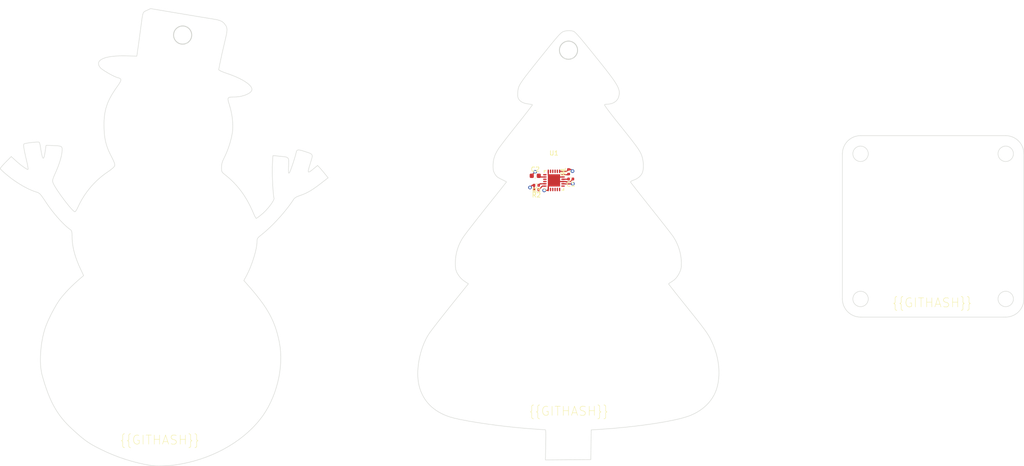
<source format=kicad_pcb>
(kicad_pcb (version 20221018) (generator pcbnew)
  (layers (0 "F.Cu" signal) (31 "B.Cu" signal) (34 "B.Paste" user) (35 "F.Paste" user) (36 "B.SilkS" user "B.Silkscreen") (37 "F.SilkS" user "F.Silkscreen") (38 "B.Mask" user) (39 "F.Mask" user) (44 "Edge.Cuts" user))
  (net 0 "")
  (net 1 "interrupt")
  (net 2 "vcc")
  (net 3 "sda")
  (net 4 "scl")
  (net 5 "gnd-1")
  (net 6 "cpout")
  (net 7 "regout")
  (net 8 "aux_da")
  (net 9 "aux_cl")
  (footprint "lib:C0603" (layer "F.Cu") (at 153.902362 86.639851)
    (fp_text reference "C2" (at 0 -1.43) (layer "F.SilkS"))
    (fp_text value "50V 2.2nF X7R ±10% 0603  Multilayer Ceramic Capacitors MLCC - SMD/SMT ROHS")
    (fp_line (start -0.14058 -0.51) (end 0.14058 -0.51) (stroke (width 0.12)) (layer "F.SilkS"))
    (fp_line (start -0.14058 0.51) (end 0.14058 0.51) (stroke (width 0.12)) (layer "F.SilkS"))
    (pad "1" smd roundrect (at -0.775 0) (size 0.9 0.95) (layers "F.Cu" "F.Paste" "F.Mask") (net 5 "gnd-1"))
    (pad "2" smd roundrect (at 0.775 0) (size 0.9 0.95) (layers "F.Cu" "F.Paste" "F.Mask") (net 6 "cpout"))
  )
  (footprint "lib:R0402" (layer "F.Cu") (at 154.14883 88.731016 180)
    (fp_text reference "R3" (at 0 -1.17) (layer "F.SilkS"))
    (fp_text value "62.5mW Thick Film Resistors ±100ppm/℃ ±1% 10kΩ 0402  Chip Resistor - Surface Mount ROHS")
    (fp_line (start -0.153641 -0.38) (end 0.153641 -0.38) (stroke (width 0.12)) (layer "F.SilkS"))
    (fp_line (start -0.153641 0.38) (end 0.153641 0.38) (stroke (width 0.12)) (layer "F.SilkS"))
    (pad "1" smd roundrect (at -0.51 0 180) (size 0.54 0.64) (layers "F.Cu" "F.Paste" "F.Mask") (net 4 "scl"))
    (pad "2" smd roundrect (at 0.51 0 180) (size 0.54 0.64) (layers "F.Cu" "F.Paste" "F.Mask") (net 2 "vcc"))
  )
  (footprint "lib:R0402" (layer "F.Cu") (at 161.255215 85.74449 90)
    (fp_text reference "R1" (at 0 -1.17 90) (layer "F.SilkS"))
    (fp_text value "62.5mW Thick Film Resistors ±100ppm/℃ ±1% 10kΩ 0402  Chip Resistor - Surface Mount ROHS")
    (fp_line (start -0.153641 -0.38) (end 0.153641 -0.38) (stroke (width 0.12)) (layer "F.SilkS"))
    (fp_line (start -0.153641 0.38) (end 0.153641 0.38) (stroke (width 0.12)) (layer "F.SilkS"))
    (pad "1" smd roundrect (at -0.51 0 90) (size 0.54 0.64) (layers "F.Cu" "F.Paste" "F.Mask") (net 1 "interrupt"))
    (pad "2" smd roundrect (at 0.51 0 90) (size 0.54 0.64) (layers "F.Cu" "F.Paste" "F.Mask") (net 2 "vcc"))
  )
  (footprint "lib:QFN-24_L4.0-W4.0-P0.50-BL-EP2.7" (layer "F.Cu") (at 158.02 87.65)
    (fp_text reference "U1" (at 0 -6) (layer "F.SilkS"))
    (fp_text value "")
    (fp_line (start -2.14 -2.15) (end -1.74 -2.15) (stroke (width 0.2)) (layer "F.SilkS"))
    (fp_line (start -2.14 -1.75) (end -2.14 -2.15) (stroke (width 0.2)) (layer "F.SilkS"))
    (fp_line (start -2.14 2.15) (end -2.14 1.75) (stroke (width 0.2)) (layer "F.SilkS"))
    (fp_line (start -1.74 2.15) (end -2.14 2.15) (stroke (width 0.2)) (layer "F.SilkS"))
    (fp_line (start 2.16 -2.15) (end 1.76 -2.15) (stroke (width 0.2)) (layer "F.SilkS"))
    (fp_line (start 2.16 -1.75) (end 2.16 -2.15) (stroke (width 0.2)) (layer "F.SilkS"))
    (fp_line (start 2.16 1.75) (end 2.16 2.15) (stroke (width 0.2)) (layer "F.SilkS"))
    (fp_line (start 2.16 2.15) (end 1.76 2.15) (stroke (width 0.2)) (layer "F.SilkS"))
    (pad "1" smd oval (at -1.25 2) (size 0.28 0.8) (layers "F.Cu" "F.Paste" "F.Mask") (net 5 "gnd-1"))
    (pad "2" smd oval (at -0.75 2) (size 0.28 0.8) (layers "F.Cu" "F.Paste" "F.Mask"))
    (pad "3" smd oval (at -0.25 2) (size 0.28 0.8) (layers "F.Cu" "F.Paste" "F.Mask"))
    (pad "4" smd oval (at 0.25 2) (size 0.28 0.8) (layers "F.Cu" "F.Paste" "F.Mask"))
    (pad "5" smd oval (at 0.75 2) (size 0.28 0.8) (layers "F.Cu" "F.Paste" "F.Mask"))
    (pad "6" smd oval (at 1.25 2) (size 0.28 0.8) (layers "F.Cu" "F.Paste" "F.Mask") (net 8 "aux_da"))
    (pad "7" smd oval (at 2 1.25) (size 0.8 0.28) (layers "F.Cu" "F.Paste" "F.Mask") (net 9 "aux_cl"))
    (pad "8" smd oval (at 2 0.75) (size 0.8 0.28) (layers "F.Cu" "F.Paste" "F.Mask") (net 2 "vcc"))
    (pad "9" smd oval (at 2 0.25) (size 0.8 0.28) (layers "F.Cu" "F.Paste" "F.Mask") (net 5 "gnd-1"))
    (pad "10" smd oval (at 2 -0.25) (size 0.8 0.28) (layers "F.Cu" "F.Paste" "F.Mask") (net 7 "regout"))
    (pad "11" smd oval (at 2 -0.75) (size 0.8 0.28) (layers "F.Cu" "F.Paste" "F.Mask") (net 5 "gnd-1"))
    (pad "12" smd oval (at 2 -1.25) (size 0.8 0.28) (layers "F.Cu" "F.Paste" "F.Mask") (net 1 "interrupt"))
    (pad "13" smd oval (at 1.25 -2) (size 0.28 0.8) (layers "F.Cu" "F.Paste" "F.Mask") (net 2 "vcc"))
    (pad "14" smd oval (at 0.75 -2) (size 0.28 0.8) (layers "F.Cu" "F.Paste" "F.Mask"))
    (pad "15" smd oval (at 0.25 -2) (size 0.28 0.8) (layers "F.Cu" "F.Paste" "F.Mask"))
    (pad "16" smd oval (at -0.25 -2) (size 0.28 0.8) (layers "F.Cu" "F.Paste" "F.Mask"))
    (pad "17" smd oval (at -0.75 -2) (size 0.28 0.8) (layers "F.Cu" "F.Paste" "F.Mask"))
    (pad "18" smd oval (at -1.24 -2) (size 0.28 0.8) (layers "F.Cu" "F.Paste" "F.Mask") (net 5 "gnd-1"))
    (pad "19" smd oval (at -2 -1.25) (size 0.8 0.28) (layers "F.Cu" "F.Paste" "F.Mask"))
    (pad "20" smd oval (at -2 -0.75) (size 0.8 0.28) (layers "F.Cu" "F.Paste" "F.Mask") (net 6 "cpout"))
    (pad "21" smd oval (at -2 -0.25) (size 0.8 0.28) (layers "F.Cu" "F.Paste" "F.Mask"))
    (pad "22" smd oval (at -2 0.25) (size 0.8 0.28) (layers "F.Cu" "F.Paste" "F.Mask"))
    (pad "23" smd oval (at -2 0.75) (size 0.8 0.28) (layers "F.Cu" "F.Paste" "F.Mask") (net 4 "scl"))
    (pad "24" smd oval (at -2 1.25) (size 0.8 0.28) (layers "F.Cu" "F.Paste" "F.Mask") (net 3 "sda"))
    (pad "25" smd rect (at 0.01 0) (size 2.7 2.7) (layers "F.Cu" "F.Paste" "F.Mask") (net 5 "gnd-1"))
  )
  (footprint "lib:R0402" (layer "F.Cu") (at 154.152382 89.718956 180)
    (fp_text reference "R2" (at 0 -1.17) (layer "F.SilkS"))
    (fp_text value "62.5mW Thick Film Resistors ±100ppm/℃ ±1% 10kΩ 0402  Chip Resistor - Surface Mount ROHS")
    (fp_line (start -0.153641 -0.38) (end 0.153641 -0.38) (stroke (width 0.12)) (layer "F.SilkS"))
    (fp_line (start -0.153641 0.38) (end 0.153641 0.38) (stroke (width 0.12)) (layer "F.SilkS"))
    (pad "1" smd roundrect (at -0.51 0 180) (size 0.54 0.64) (layers "F.Cu" "F.Paste" "F.Mask") (net 3 "sda"))
    (pad "2" smd roundrect (at 0.51 0 180) (size 0.54 0.64) (layers "F.Cu" "F.Paste" "F.Mask") (net 2 "vcc"))
  )
  (footprint "lib:C0402" (layer "F.Cu") (at 161.723742 87.342858 180)
    (fp_text reference "C1" (at 0 -1.16) (layer "F.SilkS"))
    (fp_text value "16V 100nF X7R ±10% 0402  Multilayer Ceramic Capacitors MLCC - SMD/SMT ROHS")
    (fp_line (start -0.107836 -0.36) (end 0.107836 -0.36) (stroke (width 0.12)) (layer "F.SilkS"))
    (fp_line (start -0.107836 0.36) (end 0.107836 0.36) (stroke (width 0.12)) (layer "F.SilkS"))
    (pad "1" smd roundrect (at -0.48 0 180) (size 0.56 0.62) (layers "F.Cu" "F.Paste" "F.Mask") (net 5 "gnd-1"))
    (pad "2" smd roundrect (at 0.48 0 180) (size 0.56 0.62) (layers "F.Cu" "F.Paste" "F.Mask") (net 7 "regout"))
  )
  (gr_circle (center 225.62 81.79) (end 227.32 81.79) (stroke (width 0.1)) (fill none) (layer "Edge.Cuts"))
  (gr_circle (center 257.62 113.79) (end 259.32 113.79) (stroke (width 0.1)) (fill none) (layer "Edge.Cuts"))
  (gr_circle (center 257.62 81.79) (end 259.32 81.79) (stroke (width 0.1)) (fill none) (layer "Edge.Cuts"))
  (gr_poly (pts (xy 75.142222 50.797022) (xy 79.756606 51.568267) (xy 82.366969 51.99203) (xy 83.019066 52.095762) (xy 83.303876 52.146979) (xy 83.563537 52.198618) (xy 83.799806 52.251323) (xy 84.01444 52.305736) (xy 84.209196 52.362498) (xy 84.385831 52.422252) (xy 84.546102 52.485641) (xy 84.691766 52.553306) (xy 84.824581 52.62589) (xy 84.946303 52.704035) (xy 85.05869 52.788383) (xy 85.163499 52.879577) (xy 85.262486 52.978258) (xy 85.357409 53.08507) (xy 85.479286 53.234958) (xy 85.586233 53.378736) (xy 85.634185 53.44915) (xy 85.678498 53.519015) (xy 85.719202 53.588656) (xy 85.75633 53.658402) (xy 85.789911 53.728576) (xy 85.819976 53.799506) (xy 85.846558 53.871517) (xy 85.869686 53.944936) (xy 85.889392 54.020089) (xy 85.905707 54.097301) (xy 85.918662 54.176899) (xy 85.928287 54.259209) (xy 85.934615 54.344557) (xy 85.937675 54.433269) (xy 85.937499 54.525672) (xy 85.934119 54.62209) (xy 85.927564 54.722851) (xy 85.917866 54.82828) (xy 85.889166 55.054449) (xy 85.848266 55.303204) (xy 85.795414 55.577155) (xy 85.730859 55.878909) (xy 85.654849 56.211077) (xy 84.878546 59.55341) (xy 84.657875 60.550977) (xy 84.450892 61.532488) (xy 84.331406 62.116419) (xy 84.229648 62.629765) (xy 84.15639 63.017063) (xy 84.122409 63.222849) (xy 84.123062 63.236814) (xy 84.127967 63.251873) (xy 84.137065 63.268001) (xy 84.150302 63.285171) (xy 84.167619 63.303357) (xy 84.188962 63.322534) (xy 84.214273 63.342674) (xy 84.243497 63.363751) (xy 84.313454 63.408613) (xy 84.398381 63.456909) (xy 84.497828 63.50843) (xy 84.611342 63.562966) (xy 84.738473 63.620306) (xy 84.878767 63.680241) (xy 85.031775 63.742561) (xy 85.197043 63.807056) (xy 85.374121 63.873515) (xy 85.562558 63.94173) (xy 85.7619 64.011489) (xy 85.971698 64.082583) (xy 86.585981 64.296029) (xy 87.172975 64.516947) (xy 87.730729 64.744054) (xy 88.257293 64.976069) (xy 88.75072 65.211708) (xy 89.209058 65.449689) (xy 89.63036 65.68873) (xy 90.012676 65.927548) (xy 90.354056 66.16486) (xy 90.652552 66.399385) (xy 90.906214 66.629839) (xy 91.113092 66.85494) (xy 91.271238 67.073405) (xy 91.378702 67.283953) (xy 91.412819 67.385857) (xy 91.433535 67.485301) (xy 91.440605 67.582123) (xy 91.433787 67.676165) (xy 91.41712 67.753004) (xy 91.390362 67.829368) (xy 91.35383 67.905131) (xy 91.307839 67.980165) (xy 91.252707 68.054343) (xy 91.188749 68.12754) (xy 91.116281 68.199626) (xy 91.03562 68.270477) (xy 90.947082 68.339964) (xy 90.850984 68.407961) (xy 90.747641 68.47434) (xy 90.637371 68.538975) (xy 90.520488 68.601739) (xy 90.39731 68.662505) (xy 90.268153 68.721145) (xy 90.133332 68.777534) (xy 89.993165 68.831543) (xy 89.847967 68.883047) (xy 89.543745 68.978027) (xy 89.223197 69.06146) (xy 88.888852 69.132329) (xy 88.54324 69.189618) (xy 88.188892 69.232313) (xy 88.009232 69.24787) (xy 87.828337 69.259397) (xy 87.646523 69.266767) (xy 87.464106 69.269854) (xy 87.202959 69.272042) (xy 86.97453 69.277492) (xy 86.777472 69.288473) (xy 86.690288 69.296746) (xy 86.610443 69.307253) (xy 86.537768 69.320276) (xy 86.472096 69.3361) (xy 86.413258 69.355009) (xy 86.361087 69.377285) (xy 86.315414 69.403211) (xy 86.276071 69.433073) (xy 86.24289 69.467154) (xy 86.215703 69.505736) (xy 86.194342 69.549103) (xy 86.178638 69.59754) (xy 86.168424 69.65133) (xy 86.163532 69.710755) (xy 86.163793 69.776101) (xy 86.169039 69.847649) (xy 86.179102 69.925685) (xy 86.193814 70.010491) (xy 86.236514 70.20155) (xy 86.295792 70.423093) (xy 86.370304 70.677389) (xy 86.458705 70.966708) (xy 86.582128 71.384478) (xy 86.694998 71.803093) (xy 86.797211 72.221567) (xy 86.888665 72.638919) (xy 86.969257 73.054166) (xy 87.038885 73.466323) (xy 87.097447 73.874409) (xy 87.144838 74.277439) (xy 87.180958 74.674432) (xy 87.205702 75.064404) (xy 87.21897 75.446371) (xy 87.220657 75.819352) (xy 87.210662 76.182361) (xy 87.188881 76.534418) (xy 87.155212 76.874538) (xy 87.109553 77.201739) (xy 86.986123 77.871628) (xy 86.830027 78.558912) (xy 86.643845 79.255662) (xy 86.430157 79.953949) (xy 86.19154 80.645848) (xy 85.930575 81.323429) (xy 85.649841 81.978766) (xy 85.351916 82.60393) (xy 85.189192 82.938586) (xy 85.118752 83.093315) (xy 85.055229 83.240939) (xy 84.998352 83.382431) (xy 84.947849 83.518761) (xy 84.903447 83.650903) (xy 84.864875 83.779828) (xy 84.831859 83.906506) (xy 84.804129 84.031911) (xy 84.781412 84.157013) (xy 84.763435 84.282785) (xy 84.749927 84.410197) (xy 84.740615 84.540223) (xy 84.735228 84.673833) (xy 84.733493 84.811999) (xy 84.736223 85.129082) (xy 84.741369 85.261496) (xy 84.750575 85.379459) (xy 84.764997 85.485194) (xy 84.774524 85.534172) (xy 84.785789 85.580928) (xy 84.798934 85.625739) (xy 84.814106 85.668884) (xy 84.831447 85.710641) (xy 84.851104 85.751288) (xy 84.873219 85.791103) (xy 84.897937 85.830364) (xy 84.925403 85.869349) (xy 84.955761 85.908337) (xy 84.989155 85.947605) (xy 85.02573 85.987432) (xy 85.109 86.069873) (xy 85.206725 86.157886) (xy 85.320061 86.253696) (xy 85.598185 86.477602) (xy 86.096863 86.886277) (xy 86.577755 87.306529) (xy 87.04138 87.739064) (xy 87.488258 88.184586) (xy 87.918909 88.6438) (xy 88.333852 89.117412) (xy 88.733607 89.606125) (xy 89.118694 90.110646) (xy 89.489632 90.631678) (xy 89.846941 91.169927) (xy 90.19114 91.726098) (xy 90.52275 92.300895) (xy 90.84229 92.895024) (xy 91.150279 93.509189) (xy 91.447237 94.144095) (xy 91.733683 94.800448) (xy 91.84059 95.047283) (xy 91.945802 95.277558) (xy 92.046625 95.486234) (xy 92.140364 95.668271) (xy 92.224324 95.818627) (xy 92.295813 95.932265) (xy 92.326039 95.973739) (xy 92.352136 96.004143) (xy 92.373767 96.022848) (xy 92.382804 96.027616) (xy 92.390597 96.029223) (xy 92.399173 96.028006) (xy 92.410522 96.024397) (xy 92.441219 96.010237) (xy 92.482045 95.987221) (xy 92.53236 95.955824) (xy 92.591521 95.916524) (xy 92.658887 95.869798) (xy 92.815666 95.755976) (xy 92.997564 95.618173) (xy 93.199447 95.460204) (xy 93.416182 95.285885) (xy 93.642634 95.099032) (xy 93.891007 94.882848) (xy 94.141366 94.648628) (xy 94.390948 94.400061) (xy 94.636991 94.140836) (xy 94.87673 93.874641) (xy 95.107403 93.605164) (xy 95.326247 93.336095) (xy 95.530498 93.071122) (xy 95.717394 92.813933) (xy 95.884171 92.568218) (xy 96.028066 92.337665) (xy 96.146316 92.125962) (xy 96.236159 91.936798) (xy 96.294829 91.773863) (xy 96.311612 91.703383) (xy 96.319566 91.640844) (xy 96.318345 91.586706) (xy 96.307605 91.54143) (xy 96.264441 91.378418) (xy 96.221593 91.121805) (xy 96.138989 90.373142) (xy 96.064068 89.386161) (xy 96.001109 88.251583) (xy 95.954389 87.060129) (xy 95.928186 85.902519) (xy 95.926777 84.869474) (xy 95.95444 84.051714) (xy 96.07471 82.177477) (xy 97.36716 82.304781) (xy 98.13507 82.379263) (xy 98.441266 82.413109) (xy 98.700599 82.449744) (xy 98.916803 82.492956) (xy 99.009898 82.518212) (xy 99.09361 82.546534) (xy 99.168406 82.578395) (xy 99.234753 82.614268) (xy 99.293117 82.654627) (xy 99.343964 82.699946) (xy 99.387763 82.750698) (xy 99.424978 82.807357) (xy 99.456076 82.870396) (xy 99.481525 82.94029) (xy 99.501791 83.017511) (xy 99.51734 83.102533) (xy 99.536155 83.297877) (xy 99.541702 83.530109) (xy 99.537716 83.803018) (xy 99.51607 84.486025) (xy 99.501811 85.019341) (xy 99.495778 85.429631) (xy 99.49953 85.727933) (xy 99.505563 85.838537) (xy 99.514626 85.925284) (xy 99.526915 85.989553) (xy 99.542625 86.032723) (xy 99.551823 86.046828) (xy 99.56195 86.056175) (xy 99.573029 86.060938) (xy 99.585085 86.061289) (xy 99.612224 86.049443) (xy 99.643564 86.022019) (xy 99.679299 85.980395) (xy 99.719623 85.925951) (xy 99.770963 85.835961) (xy 99.83738 85.6921) (xy 100.00736 85.267042) (xy 100.213404 84.699332) (xy 100.439353 84.037526) (xy 100.669049 83.330178) (xy 100.886332 82.625845) (xy 101.075044 81.973082) (xy 101.219027 81.420443) (xy 101.232451 81.367288) (xy 101.246658 81.317349) (xy 101.261814 81.270604) (xy 101.278084 81.227032) (xy 101.295634 81.186611) (xy 101.314631 81.149321) (xy 101.33524 81.115138) (xy 101.357628 81.084043) (xy 101.381959 81.056013) (xy 101.4084 81.031027) (xy 101.437117 81.009064) (xy 101.468275 80.990102) (xy 101.502041 80.974119) (xy 101.538581 80.961095) (xy 101.578059 80.951007) (xy 101.620643 80.943835) (xy 101.666497 80.939556) (xy 101.715788 80.938149) (xy 101.768682 80.939594) (xy 101.825345 80.943867) (xy 101.885942 80.950949) (xy 101.950639 80.960817) (xy 102.019603 80.97345) (xy 102.092998 80.988826) (xy 102.170992 81.006924) (xy 102.253749 81.027723) (xy 102.434219 81.077337) (xy 102.635734 81.137495) (xy 102.859622 81.208025) (xy 103.581471 81.438726) (xy 103.868146 81.535185) (xy 104.108644 81.625316) (xy 104.212356 81.669476) (xy 104.305459 81.713816) (xy 104.388264 81.758923) (xy 104.461082 81.805384) (xy 104.524226 81.853787) (xy 104.578006 81.904719) (xy 104.622735 81.958768) (xy 104.658725 82.01652) (xy 104.686285 82.078563) (xy 104.705729 82.145484) (xy 104.717368 82.217871) (xy 104.721513 82.296311) (xy 104.718476 82.381392) (xy 104.708568 82.4737) (xy 104.692102 82.573823) (xy 104.669388 82.682348) (xy 104.606464 82.926954) (xy 104.522289 83.212218) (xy 104.300158 83.92351) (xy 104.076968 84.658354) (xy 103.993442 84.95378) (xy 103.929762 85.203046) (xy 103.886777 85.407528) (xy 103.865337 85.568604) (xy 103.862962 85.633296) (xy 103.866292 85.687652) (xy 103.875434 85.731846) (xy 103.890492 85.766049) (xy 103.911574 85.790433) (xy 103.938786 85.805172) (xy 103.972234 85.810436) (xy 104.012025 85.806398) (xy 104.058263 85.79323) (xy 104.111056 85.771105) (xy 104.236732 85.700671) (xy 104.3899 85.596472) (xy 104.571411 85.459887) (xy 105.02286 85.095065) (xy 105.918216 84.355181) (xy 106.388476 84.86751) (xy 106.496975 84.987739) (xy 106.625318 85.133369) (xy 106.92254 85.478508) (xy 107.242155 85.858286) (xy 107.546176 86.22806) (xy 108.2336 87.076296) (xy 106.72333 88.254687) (xy 106.031007 88.783192) (xy 105.392025 89.245391) (xy 105.089314 89.453516) (xy 104.796071 89.647331) (xy 104.511007 89.827593) (xy 104.232833 89.995056) (xy 103.960259 90.150478) (xy 103.691998 90.294613) (xy 103.426759 90.428217) (xy 103.163254 90.552046) (xy 102.900193 90.666855) (xy 102.636288 90.773401) (xy 102.370249 90.872439) (xy 102.100787 90.964724) (xy 101.955978 91.013649) (xy 101.818902 91.062832) (xy 101.689432 91.112348) (xy 101.567439 91.162273) (xy 101.452795 91.212683) (xy 101.345371 91.263651) (xy 101.245039 91.315254) (xy 101.151671 91.367567) (xy 101.065138 91.420665) (xy 100.985313 91.474624) (xy 100.912065 91.529517) (xy 100.845269 91.585421) (xy 100.784794 91.642412) (xy 100.730512 91.700563) (xy 100.682296 91.759951) (xy 100.640017 91.82065) (xy 100.313962 92.312951) (xy 99.958065 92.82026) (xy 99.575318 93.339289) (xy 99.168711 93.866747) (xy 98.741234 94.399346) (xy 98.295878 94.933795) (xy 97.835635 95.466804) (xy 97.363494 95.995083) (xy 96.882446 96.515343) (xy 96.395482 97.024295) (xy 95.905593 97.518647) (xy 95.415769 97.995111) (xy 94.929002 98.450396) (xy 94.44828 98.881213) (xy 93.976596 99.284272) (xy 93.51694 99.656283) (xy 93.364132 99.777198) (xy 93.228349 99.887118) (xy 93.108601 99.987555) (xy 93.003899 100.080022) (xy 92.913256 100.166032) (xy 92.835682 100.247098) (xy 92.770188 100.324733) (xy 92.741662 100.362737) (xy 92.715786 100.40045) (xy 92.692435 100.438062) (xy 92.671487 100.475762) (xy 92.652817 100.513738) (xy 92.636302 100.552181) (xy 92.621819 100.591279) (xy 92.609244 100.631221) (xy 92.589322 100.714395) (xy 92.575548 100.803215) (xy 92.566934 100.899195) (xy 92.56249 101.003847) (xy 92.561229 101.118685) (xy 92.548214 101.459191) (xy 92.510172 101.840399) (xy 92.448603 102.257479) (xy 92.365007 102.705605) (xy 92.260885 103.179948) (xy 92.137739 103.675679) (xy 91.997068 104.187971) (xy 91.840373 104.711996) (xy 91.669155 105.242926) (xy 91.484915 105.775933) (xy 91.289154 106.306188) (xy 91.083372 106.828864) (xy 90.86907 107.339132) (xy 90.647749 107.832164) (xy 90.420909 108.303133) (xy 90.190051 108.74721) (xy 89.658061 109.729433) (xy 90.799319 111.025652) (xy 91.552256 111.894452) (xy 92.247519 112.726345) (xy 92.887901 113.52649) (xy 93.476195 114.300047) (xy 94.015193 115.052178) (xy 94.507688 115.788042) (xy 94.956473 116.5128) (xy 95.364341 117.231612) (xy 95.734083 117.949638) (xy 96.068493 118.672038) (xy 96.370364 119.403974) (xy 96.642488 120.150605) (xy 96.887657 120.917091) (xy 97.108665 121.708593) (xy 97.308304 122.530271) (xy 97.489367 123.387286) (xy 97.659586 124.435519) (xy 97.764545 125.512723) (xy 97.805707 126.613102) (xy 97.784533 127.73086) (xy 97.702485 128.860202) (xy 97.561026 129.995332) (xy 97.361618 131.130454) (xy 97.105722 132.259774) (xy 96.794801 133.377494) (xy 96.430316 134.47782) (xy 96.01373 135.554956) (xy 95.546505 136.603107) (xy 95.030102 137.616476) (xy 94.465984 138.589268) (xy 93.855613 139.515689) (xy 93.20045 140.389941) (xy 92.386005 141.350273) (xy 91.510226 142.273552) (xy 90.576227 143.158109) (xy 89.587122 144.002278) (xy 88.546024 144.80439) (xy 87.456048 145.562779) (xy 86.320308 146.275777) (xy 85.141916 146.941716) (xy 83.923988 147.558929) (xy 82.669636 148.125749) (xy 81.381976 148.640508) (xy 80.06412 149.101539) (xy 78.719182 149.507174) (xy 77.350277 149.855747) (xy 75.960518 150.145589) (xy 74.553019 150.375033) (xy 73.862872 150.459306) (xy 73.131633 150.525975) (xy 72.383923 150.574372) (xy 71.644361 150.603827) (xy 70.93757 150.613671) (xy 70.288169 150.603235) (xy 69.720779 150.57185) (xy 69.475532 150.548093) (xy 69.26002 150.518847) (xy 69.260051 150.518832) (xy 67.831835 150.262486) (xy 66.416949 149.953785) (xy 65.016193 149.592984) (xy 63.630368 149.180338) (xy 62.260274 148.716103) (xy 60.90671 148.200532) (xy 59.570477 147.633881) (xy 58.252375 147.016405) (xy 57.283074 146.528505) (xy 56.847829 146.298277) (xy 56.438641 146.072324) (xy 56.050351 145.846994) (xy 55.6778 145.618633) (xy 55.315827 145.383588) (xy 54.959273 145.138205) (xy 54.602979 144.87883) (xy 54.241783 144.601811) (xy 53.870528 144.303492) (xy 53.484054 143.980222) (xy 52.644807 143.244211) (xy 51.682765 142.36455) (xy 51.097036 141.804159) (xy 50.54538 141.238954) (xy 50.025658 140.665073) (xy 49.535731 140.078649) (xy 49.07346 139.475819) (xy 48.636705 138.852719) (xy 48.223328 138.205483) (xy 47.831189 137.530249) (xy 47.458149 136.823151) (xy 47.10207 136.080325) (xy 46.760812 135.297907) (xy 46.432236 134.472032) (xy 46.114202 133.598836) (xy 45.804573 132.674455) (xy 45.501208 131.695024) (xy 45.201968 130.656679) (xy 45.078569 130.147371) (xy 44.978794 129.594224) (xy 44.90231 129.00242) (xy 44.848785 128.377144) (xy 44.817886 127.723579) (xy 44.809281 127.046907) (xy 44.822637 126.352311) (xy 44.857621 125.644974) (xy 44.913901 124.93008) (xy 44.991145 124.212811) (xy 45.089019 123.498351) (xy 45.207191 122.791883) (xy 45.345328 122.098589) (xy 45.503099 121.423652) (xy 45.68017 120.772256) (xy 45.876208 120.149584) (xy 46.005143 119.787909) (xy 46.154924 119.401263) (xy 46.508073 118.570286) (xy 46.917749 117.69111) (xy 47.366047 116.79819) (xy 47.83506 115.92598) (xy 48.306883 115.108937) (xy 48.76361 114.381515) (xy 48.980717 114.062179) (xy 49.187335 113.77817) (xy 49.387433 113.519297) (xy 49.599256 113.255538) (xy 50.056372 112.715109) (xy 50.555279 112.160374) (xy 51.092575 111.594824) (xy 51.664855 111.021952) (xy 52.268718 110.445248) (xy 52.900758 109.868205) (xy 53.557574 109.294314) (xy 54.329783 108.634142) (xy 53.616031 107.110232) (xy 53.390001 106.6154) (xy 53.179365 106.128819) (xy 52.984012 105.650049) (xy 52.803829 105.178652) (xy 52.638704 104.71419) (xy 52.488525 104.256224) (xy 52.353181 103.804315) (xy 52.232559 103.358025) (xy 52.126547 102.916915) (xy 52.035034 102.480548) (xy 51.957906 102.048484) (xy 51.895053 101.620284) (xy 51.846363 101.195511) (xy 51.811722 100.773726) (xy 51.79102 100.35449) (xy 51.784144 99.937365) (xy 51.780657 99.620612) (xy 51.776007 99.482669) (xy 51.769161 99.357285) (xy 51.759927 99.243666) (xy 51.748111 99.141014) (xy 51.733519 99.048534) (xy 51.715958 98.96543) (xy 51.695233 98.890904) (xy 51.671153 98.824161) (xy 51.643523 98.764406) (xy 51.612149 98.71084) (xy 51.576839 98.662669) (xy 51.537399 98.619096) (xy 51.493635 98.579325) (xy 51.445353 98.542559) (xy 51.149902 98.324092) (xy 50.839064 98.073347) (xy 50.514896 97.792628) (xy 50.179453 97.484238) (xy 49.834791 97.150482) (xy 49.482966 96.793665) (xy 49.126033 96.41609) (xy 48.766047 96.020062) (xy 48.405065 95.607885) (xy 48.045142 95.181864) (xy 47.688333 94.744302) (xy 47.336694 94.297504) (xy 46.992281 93.843774) (xy 46.657149 93.385417) (xy 46.333354 92.924737) (xy 46.022952 92.464037) (xy 45.611719 91.844971) (xy 45.279782 91.362091) (xy 45.137757 91.165551) (xy 45.008606 90.995655) (xy 44.89001 90.849933) (xy 44.779654 90.725918) (xy 44.675221 90.621143) (xy 44.574392 90.533138) (xy 44.474852 90.459437) (xy 44.374284 90.397571) (xy 44.27037 90.345073) (xy 44.160793 90.299474) (xy 44.043237 90.258307) (xy 43.915385 90.219103) (xy 43.593888 90.117525) (xy 43.255864 89.996009) (xy 42.903268 89.855657) (xy 42.538058 89.697573) (xy 42.162189 89.522858) (xy 41.777618 89.332616) (xy 41.386301 89.127951) (xy 40.990194 88.909964) (xy 40.591254 88.679759) (xy 40.191438 88.438438) (xy 39.792701 88.187105) (xy 39.396999 87.926862) (xy 39.00629 87.658812) (xy 38.622529 87.384058) (xy 38.247673 87.103703) (xy 37.883677 86.81885) (xy 37.49456 86.502783) (xy 37.131548 86.199554) (xy 36.802586 85.916398) (xy 36.515619 85.660548) (xy 36.278593 85.439239) (xy 36.099452 85.259705) (xy 36.034071 85.187865) (xy 35.986141 85.129182) (xy 35.956654 85.08456) (xy 35.946605 85.054903) (xy 35.948192 85.042433) (xy 35.952903 85.026953) (xy 35.971384 84.987332) (xy 36.001425 84.936776) (xy 36.042403 84.876021) (xy 36.093695 84.805804) (xy 36.154681 84.726859) (xy 36.224736 84.639924) (xy 36.303239 84.545735) (xy 36.389567 84.445026) (xy 36.483097 84.338536) (xy 36.689276 84.11115) (xy 36.916796 83.869466) (xy 37.037003 83.745102) (xy 37.160678 83.619372) (xy 38.374759 82.395922) (xy 39.365809 83.301684) (xy 39.814301 83.698656) (xy 40.266196 84.075272) (xy 40.704205 84.419302) (xy 41.111041 84.718514) (xy 41.469414 84.960676) (xy 41.625024 85.056541) (xy 41.762035 85.133557) (xy 41.878286 85.190195) (xy 41.971615 85.224926) (xy 42.039863 85.236222) (xy 42.063905 85.232603) (xy 42.080867 85.222552) (xy 42.085566 85.215268) (xy 42.089233 85.203934) (xy 42.093537 85.169549) (xy 42.093921 85.120268) (xy 42.090523 85.056964) (xy 42.083485 84.98051) (xy 42.072948 84.891778) (xy 42.059051 84.79164) (xy 42.041937 84.68097) (xy 41.998614 84.43152) (xy 41.944105 84.150408) (xy 41.879534 83.844615) (xy 41.806025 83.52112) (xy 41.578977 82.541169) (xy 41.399614 81.732306) (xy 41.265507 81.079136) (xy 41.174225 80.56626) (xy 41.123338 80.17828) (xy 41.112283 80.026315) (xy 41.110416 79.899799) (xy 41.117432 79.796809) (xy 41.133029 79.71542) (xy 41.156901 79.653706) (xy 41.188746 79.609743) (xy 41.213078 79.592846) (xy 41.252556 79.575085) (xy 41.372962 79.537437) (xy 41.541984 79.497733) (xy 41.751641 79.456905) (xy 42.26094 79.37561) (xy 42.837013 79.301016) (xy 43.416018 79.240586) (xy 43.934111 79.201782) (xy 44.150364 79.192822) (xy 44.327447 79.192067) (xy 44.45738 79.20045) (xy 44.532183 79.218905) (xy 44.538527 79.223215) (xy 44.545097 79.229471) (xy 44.551878 79.23762) (xy 44.558855 79.247608) (xy 44.573336 79.272888) (xy 44.588416 79.304879) (xy 44.603974 79.343154) (xy 44.619887 79.387282) (xy 44.636031 79.436835) (xy 44.652284 79.491383) (xy 44.668525 79.550496) (xy 44.684629 79.613746) (xy 44.700475 79.680703) (xy 44.715939 79.750937) (xy 44.7309 79.82402) (xy 44.745234 79.899521) (xy 44.75882 79.977012) (xy 44.771533 80.056063) (xy 44.946351 81.130774) (xy 45.025944 81.564983) (xy 45.101061 81.931234) (xy 45.172253 82.230134) (xy 45.24007 82.462288) (xy 45.305063 82.628302) (xy 45.336673 82.686696) (xy 45.367783 82.728781) (xy 45.398463 82.754634) (xy 45.428781 82.764331) (xy 45.458807 82.757947) (xy 45.488608 82.735557) (xy 45.518254 82.697238) (xy 45.547814 82.643066) (xy 45.606951 82.487462) (xy 45.666568 82.269351) (xy 45.727218 81.98934) (xy 45.78945 81.648032) (xy 45.853816 81.246035) (xy 46.055377 79.918581) (xy 47.417926 79.96628) (xy 48.109143 79.993687) (xy 48.392021 80.009194) (xy 48.636741 80.027435) (xy 48.846051 80.049559) (xy 49.022696 80.076715) (xy 49.169424 80.110051) (xy 49.288982 80.150717) (xy 49.339431 80.174158) (xy 49.384117 80.199861) (xy 49.423385 80.227972) (xy 49.457577 80.258632) (xy 49.487036 80.291987) (xy 49.512107 80.32818) (xy 49.533132 80.367353) (xy 49.550455 80.409652) (xy 49.575367 80.504197) (xy 49.589592 80.612965) (xy 49.595876 80.737105) (xy 49.596965 80.877764) (xy 49.590289 81.099803) (xy 49.571905 81.336737) (xy 49.542029 81.587807) (xy 49.500879 81.852253) (xy 49.448672 82.129318) (xy 49.385623 82.418243) (xy 49.311951 82.718269) (xy 49.227873 83.028637) (xy 49.133604 83.34859) (xy 49.029362 83.677367) (xy 48.915364 84.014212) (xy 48.791827 84.358364) (xy 48.658967 84.709065) (xy 48.517002 85.065558) (xy 48.366148 85.427082) (xy 48.206622 85.792879) (xy 47.949769 86.374791) (xy 47.755997 86.832451) (xy 47.68104 87.021721) (xy 47.619784 87.188367) (xy 47.571537 87.335205) (xy 47.535609 87.465048) (xy 47.511311 87.580709) (xy 47.497952 87.685002) (xy 47.494842 87.78074) (xy 47.501291 87.870737) (xy 47.516609 87.957807) (xy 47.540106 88.044763) (xy 47.571091 88.134418) (xy 47.608874 88.229586) (xy 47.761079 88.551834) (xy 47.975096 88.939463) (xy 48.241913 89.380584) (xy 48.55252 89.863307) (xy 49.269066 90.905997) (xy 50.052651 91.972411) (xy 50.831193 92.967426) (xy 51.196047 93.408433) (xy 51.532609 93.795921) (xy 51.831869 94.117998) (xy 52.084818 94.362774) (xy 52.282443 94.518359) (xy 52.357694 94.558989) (xy 52.415736 94.572863) (xy 52.426811 94.571375) (xy 52.439084 94.56696) (xy 52.452509 94.559691) (xy 52.467041 94.549641) (xy 52.482633 94.536883) (xy 52.499239 94.521489) (xy 52.516813 94.503532) (xy 52.535309 94.483086) (xy 52.574881 94.435018) (xy 52.617586 94.377866) (xy 52.663055 94.312214) (xy 52.710918 94.238646) (xy 52.760808 94.157745) (xy 52.812354 94.070093) (xy 52.865187 93.976276) (xy 52.918939 93.876875) (xy 52.97324 93.772474) (xy 53.02772 93.663657) (xy 53.082012 93.551007) (xy 53.135745 93.435107) (xy 53.405424 92.869327) (xy 53.69623 92.311615) (xy 54.007442 91.76282) (xy 54.338342 91.223792) (xy 54.688208 90.695381) (xy 55.05632 90.178436) (xy 55.441958 89.673808) (xy 55.844402 89.182347) (xy 56.262932 88.704901) (xy 56.696828 88.242322) (xy 57.145369 87.795459) (xy 57.607836 87.365163) (xy 58.083508 86.952281) (xy 58.571665 86.557666) (xy 59.071586 86.182166) (xy 59.582553 85.826632) (xy 59.914962 85.598282) (xy 60.214172 85.3804) (xy 60.477869 85.17504) (xy 60.595674 85.077698) (xy 60.703732 84.984257) (xy 60.801753 84.894974) (xy 60.889447 84.810106) (xy 60.966524 84.72991) (xy 61.032694 84.654642) (xy 61.087669 84.584559) (xy 61.131158 84.519919) (xy 61.162872 84.460977) (xy 61.182521 84.407992) (xy 61.189444 84.378526) (xy 61.194656 84.347449) (xy 61.198136 84.314702) (xy 61.199864 84.280227) (xy 61.197977 84.205863) (xy 61.188829 84.123892) (xy 61.172254 84.033852) (xy 61.148084 83.935279) (xy 61.116154 83.82771) (xy 61.076297 83.71068) (xy 61.028345 83.583727) (xy 60.972134 83.446388) (xy 60.907495 83.298197) (xy 60.834263 83.138693) (xy 60.75227 82.967412) (xy 60.661351 82.783889) (xy 60.561339 82.587662) (xy 60.452067 82.378268) (xy 60.237971 81.961359) (xy 60.041673 81.555601) (xy 59.862568 81.158484) (xy 59.700049 80.767498) (xy 59.553508 80.380135) (xy 59.422339 79.993885) (xy 59.305935 79.60624) (xy 59.203689 79.21469) (xy 59.114995 78.816725) (xy 59.039245 78.409838) (xy 58.975833 77.991518) (xy 58.924151 77.559256) (xy 58.883594 77.110544) (xy 58.853553 76.642872) (xy 58.833423 76.153731) (xy 58.822596 75.640612) (xy 58.82378 75.019765) (xy 58.843433 74.425285) (xy 58.882591 73.854032) (xy 58.942291 73.302869) (xy 59.023569 72.768658) (xy 59.127459 72.248262) (xy 59.255 71.738542) (xy 59.407225 71.236361) (xy 59.585172 70.73858) (xy 59.789877 70.242062) (xy 60.022374 69.743669) (xy 60.283701 69.240263) (xy 60.574893 68.728705) (xy 60.896986 68.205859) (xy 61.251015 67.668586) (xy 61.638018 67.113749) (xy 61.84244 66.825076) (xy 62.020375 66.566593) (xy 62.17201 66.336298) (xy 62.29753 66.132187) (xy 62.397121 65.95226) (xy 62.470968 65.794512) (xy 62.498296 65.72333) (xy 62.519258 65.656942) (xy 62.533877 65.595098) (xy 62.542176 65.537547) (xy 62.544179 65.484039) (xy 62.539908 65.434323) (xy 62.529387 65.388151) (xy 62.512639 65.34527) (xy 62.489688 65.305431) (xy 62.460556 65.268384) (xy 62.425267 65.233878) (xy 62.383844 65.201662) (xy 62.33631 65.171487) (xy 62.282689 65.143103) (xy 62.157276 65.090703) (xy 62.007792 65.042459) (xy 61.834422 64.996371) (xy 61.657986 64.943069) (xy 61.445562 64.862593) (xy 61.203024 64.758325) (xy 60.93625 64.633653) (xy 60.353499 64.336631) (xy 59.744319 63.998608) (xy 59.155721 63.646664) (xy 58.634716 63.307879) (xy 58.414252 63.151884) (xy 58.228316 63.009334) (xy 58.082783 62.883614) (xy 57.983531 62.778109) (xy 57.869943 62.622242) (xy 57.777351 62.470362) (xy 57.705558 62.322559) (xy 57.654369 62.178917) (xy 57.623588 62.039526) (xy 57.613018 61.904471) (xy 57.622463 61.773839) (xy 57.651728 61.647718) (xy 57.700616 61.526195) (xy 57.768931 61.409356) (xy 57.856477 61.297289) (xy 57.963058 61.190081) (xy 58.088479 61.087819) (xy 58.232542 60.99059) (xy 58.395052 60.89848) (xy 58.575812 60.811578) (xy 58.774627 60.72997) (xy 58.991301 60.653743) (xy 59.225638 60.582984) (xy 59.477441 60.51778) (xy 59.746514 60.458218) (xy 60.032661 60.404385) (xy 60.335687 60.356369) (xy 60.655395 60.314256) (xy 60.991589 60.278134) (xy 61.344073 60.248089) (xy 61.712651 60.224208) (xy 62.097127 60.20658) (xy 62.497305 60.195289) (xy 62.912988 60.190424) (xy 63.343981 60.192072) (xy 63.790088 60.20032) (xy 66.056857 60.258219) (xy 66.273486 58.80189) (xy 66.542465 56.891029) (xy 66.884944 54.341891) (xy 67.190183 52.053843) (xy 67.248082 51.679802) (xy 67.303557 51.37005) (xy 67.359078 51.117137) (xy 67.417116 50.913616) (xy 67.48014 50.752035) (xy 67.55062 50.624945) (xy 67.631027 50.524898) (xy 67.72383 50.444442) (xy 67.831501 50.37613) (xy 67.956508 50.312512) (xy 68.268412 50.169558) (xy 69.100734 49.778315)) (stroke (width 0.1)) (fill none) (layer "Edge.Cuts"))
  (gr_arc (start 261.62 113.79) (mid 260.448427 116.618427) (end 257.62 117.79) (stroke (width 0.1)) (layer "Edge.Cuts"))
  (gr_arc (start 225.62 117.79) (mid 222.791573 116.618427) (end 221.62 113.79) (stroke (width 0.1)) (layer "Edge.Cuts"))
  (gr_line (start 261.62 113.79) (end 261.62 81.79) (stroke (width 0.1)) (layer "Edge.Cuts"))
  (gr_circle (center 161.229974 58.946031) (end 163.229974 58.946031) (stroke (width 0.2)) (fill none) (layer "Edge.Cuts"))
  (gr_line (start 221.62 81.79) (end 221.62 113.79) (stroke (width 0.1)) (layer "Edge.Cuts"))
  (gr_arc (start 257.62 77.79) (mid 260.448427 78.961573) (end 261.62 81.79) (stroke (width 0.1)) (layer "Edge.Cuts"))
  (gr_poly (pts (xy 161.429183 54.643361) (xy 161.588699 54.648976) (xy 161.743405 54.660128) (xy 161.8913 54.67685) (xy 162.030385 54.699174) (xy 162.158659 54.727132) (xy 162.274122 54.760758) (xy 162.374774 54.800082) (xy 162.418214 54.822065) (xy 162.465501 54.850416) (xy 162.517128 54.885713) (xy 162.573587 54.928531) (xy 162.702967 55.039035) (xy 162.857578 55.186538) (xy 163.041357 55.37565) (xy 163.258241 55.610981) (xy 163.512165 55.897139) (xy 163.807067 56.238735) (xy 164.146884 56.640378) (xy 164.53555 57.106678) (xy 164.977005 57.642244) (xy 165.475183 58.251687) (xy 166.657456 59.710639) (xy 168.113864 61.520411) (xy 169.490282 63.25197) (xy 170.562092 64.650979) (xy 170.993296 65.243203) (xy 171.359779 65.7732) (xy 171.665351 66.247941) (xy 171.913823 66.674396) (xy 172.109006 67.059535) (xy 172.254708 67.41033) (xy 172.354741 67.733749) (xy 172.412915 68.036764) (xy 172.433041 68.326344) (xy 172.418927 68.609461) (xy 172.374385 68.893084) (xy 172.303226 69.184183) (xy 172.274597 69.278158) (xy 172.242 69.369887) (xy 172.205507 69.459324) (xy 172.165188 69.546423) (xy 172.121114 69.631137) (xy 172.073357 69.713419) (xy 172.021987 69.793223) (xy 171.967076 69.870502) (xy 171.908694 69.945208) (xy 171.846914 70.017296) (xy 171.781806 70.08672) (xy 171.71344 70.153431) (xy 171.641889 70.217383) (xy 171.567223 70.278531) (xy 171.489513 70.336826) (xy 171.408831 70.392223) (xy 171.325247 70.444674) (xy 171.238833 70.494134) (xy 171.14966 70.540554) (xy 171.057799 70.58389) (xy 170.96332 70.624093) (xy 170.866295 70.661118) (xy 170.766796 70.694917) (xy 170.664893 70.725444) (xy 170.560657 70.752652) (xy 170.45416 70.776495) (xy 170.345472 70.796926) (xy 170.234664 70.813898) (xy 170.121809 70.827364) (xy 170.006976 70.837278) (xy 169.890237 70.843593) (xy 169.771663 70.846262) (xy 169.726607 70.847177) (xy 169.681188 70.849133) (xy 169.590479 70.855957) (xy 169.501974 70.8663) (xy 169.418107 70.879728) (xy 169.378675 70.887463) (xy 169.341315 70.895806) (xy 169.306334 70.904703) (xy 169.274034 70.9141) (xy 169.244721 70.923942) (xy 169.218699 70.934176) (xy 169.196272 70.944746) (xy 169.177745 70.955599) (xy 169.171643 70.965792) (xy 169.172154 70.983757) (xy 169.17922 71.009417) (xy 169.192785 71.042693) (xy 169.239181 71.131786) (xy 169.310885 71.250417) (xy 169.407439 71.397965) (xy 169.528385 71.573811) (xy 169.673265 71.777334) (xy 169.841623 72.007915) (xy 170.246938 72.547768) (xy 170.740668 73.18841) (xy 171.319154 73.924882) (xy 171.978732 74.752222) (xy 174.641332 78.093405) (xy 175.537111 79.246786) (xy 176.200008 80.134787) (xy 176.673118 80.816979) (xy 176.99954 81.352933) (xy 177.222371 81.802218) (xy 177.384708 82.224406) (xy 177.462833 82.472098) (xy 177.531331 82.72855) (xy 177.59016 82.991701) (xy 177.639284 83.259489) (xy 177.678662 83.529854) (xy 177.708257 83.800735) (xy 177.728028 84.070071) (xy 177.737937 84.335802) (xy 177.737946 84.595867) (xy 177.728014 84.848205) (xy 177.708104 85.090755) (xy 177.678176 85.321456) (xy 177.638191 85.538248) (xy 177.588111 85.739069) (xy 177.527896 85.92186) (xy 177.457507 86.084559) (xy 177.391656 86.207668) (xy 177.318059 86.327563) (xy 177.236853 86.444134) (xy 177.148173 86.557272) (xy 177.052156 86.666869) (xy 176.948938 86.772814) (xy 176.838657 86.874999) (xy 176.721448 86.973315) (xy 176.597448 87.067652) (xy 176.466794 87.157903) (xy 176.32962 87.243956) (xy 176.186065 87.325705) (xy 176.036265 87.403039) (xy 175.880355 87.475849) (xy 175.718473 87.544027) (xy 175.550754 87.607462) (xy 175.482045 87.632835) (xy 175.415483 87.658969) (xy 175.351405 87.685667) (xy 175.290146 87.712731) (xy 175.23204 87.739963) (xy 175.177423 87.767164) (xy 175.126631 87.794136) (xy 175.079997 87.820681) (xy 175.037859 87.846601) (xy 175.00055 87.871698) (xy 174.968407 87.895773) (xy 174.941764 87.918629) (xy 174.920956 87.940066) (xy 174.90632 87.959888) (xy 174.898189 87.977896) (xy 174.896668 87.986157) (xy 174.8969 87.993891) (xy 174.922027 88.037315) (xy 174.991394 88.135797) (xy 175.25375 88.486297) (xy 176.209258 89.720013) (xy 177.617844 91.508896) (xy 179.333926 93.666804) (xy 181.092323 95.879526) (xy 182.616098 97.817656) (xy 183.742073 99.272256) (xy 184.307071 100.034388) (xy 184.515284 100.360502) (xy 184.7117 100.694247) (xy 184.896111 101.034954) (xy 185.068309 101.381957) (xy 185.228084 101.734588) (xy 185.375229 102.092181) (xy 185.509535 102.454068) (xy 185.630794 102.819582) (xy 185.738797 103.188056) (xy 185.833335 103.558822) (xy 185.914201 103.931214) (xy 185.981186 104.304563) (xy 186.034081 104.678204) (xy 186.072678 105.051468) (xy 186.096768 105.423689) (xy 186.106143 105.794199) (xy 186.105091 106.172735) (xy 186.095928 106.491761) (xy 186.087599 106.633067) (xy 186.076394 106.764426) (xy 186.062032 106.887483) (xy 186.044229 107.003882) (xy 186.022703 107.115265) (xy 185.997171 107.223277) (xy 185.967351 107.329562) (xy 185.932961 107.435763) (xy 185.893716 107.543524) (xy 185.849336 107.654488) (xy 185.744037 107.892603) (xy 185.654537 108.079442) (xy 185.563285 108.257402) (xy 185.469989 108.426825) (xy 185.374358 108.588053) (xy 185.276102 108.741425) (xy 185.174928 108.887283) (xy 185.070547 109.025968) (xy 184.962667 109.15782) (xy 184.850997 109.283181) (xy 184.735246 109.402392) (xy 184.615122 109.515794) (xy 184.490336 109.623727) (xy 184.360596 109.726532) (xy 184.22561 109.824551) (xy 184.085088 109.918125) (xy 183.938739 110.007593) (xy 183.810996 110.084401) (xy 183.691836 110.159793) (xy 183.583867 110.231854) (xy 183.489696 110.298666) (xy 183.41193 110.358313) (xy 183.380014 110.384851) (xy 183.353176 110.408878) (xy 183.331744 110.430155) (xy 183.316042 110.448443) (xy 183.306397 110.463502) (xy 183.303947 110.469746) (xy 183.303134 110.475092) (xy 183.318272 110.503511) (xy 183.362609 110.567965) (xy 183.532916 110.797359) (xy 183.802115 111.148045) (xy 184.158269 111.604794) (xy 185.08369 112.775559) (xy 186.213672 114.187815) (xy 189.362188 118.120691) (xy 190.402126 119.447898) (xy 191.169656 120.462983) (xy 191.727633 121.251467) (xy 192.13891 121.898876) (xy 192.466342 122.490732) (xy 192.772785 123.112559) (xy 193.051147 123.726705) (xy 193.303988 124.346147) (xy 193.531154 124.969731) (xy 193.732492 125.596305) (xy 193.907848 126.224716) (xy 194.05707 126.853811) (xy 194.180003 127.482437) (xy 194.276494 128.109442) (xy 194.346391 128.733673) (xy 194.389538 129.353977) (xy 194.405784 129.969202) (xy 194.394974 130.578194) (xy 194.356955 131.1798) (xy 194.291575 131.772869) (xy 194.198678 132.356247) (xy 194.078113 132.928782) (xy 193.929544 133.476781) (xy 193.74781 134.009233) (xy 193.533455 134.525547) (xy 193.287022 135.025131) (xy 193.009057 135.507395) (xy 192.700103 135.971748) (xy 192.360704 136.4176) (xy 191.991405 136.844359) (xy 191.592749 137.251434) (xy 191.165282 137.638235) (xy 190.709547 138.004171) (xy 190.226087 138.348651) (xy 189.715449 138.671084) (xy 189.178175 138.970879) (xy 188.61481 139.247446) (xy 188.025897 139.500193) (xy 187.387382 139.730873) (xy 186.62691 139.962173) (xy 185.752713 140.192844) (xy 184.773022 140.421641) (xy 182.530085 140.868622) (xy 179.96395 141.293139) (xy 177.140466 141.685214) (xy 174.125485 142.034872) (xy 170.984858 142.332135) (xy 167.784435 142.567026) (xy 166.231372 142.664027) (xy 166.19247 145.936793) (xy 166.153667 149.209559) (xy 161.14812 149.247553) (xy 156.142551 149.285548) (xy 156.211231 145.955256) (xy 156.23825 144.264273) (xy 156.238691 143.682086) (xy 156.22939 143.24944) (xy 156.209575 142.946836) (xy 156.195482 142.838207) (xy 156.178471 142.754778) (xy 156.158445 142.69411) (xy 156.135307 142.653767) (xy 156.108961 142.631312) (xy 156.079311 142.624308) (xy 155.214992 142.57575) (xy 153.588337 142.458798) (xy 151.746032 142.31468) (xy 150.23476 142.184626) (xy 147.951424 141.950142) (xy 145.645248 141.676286) (xy 143.382545 141.373503) (xy 141.229626 141.052239) (xy 139.252805 140.722941) (xy 137.518395 140.396054) (xy 136.092708 140.082025) (xy 135.042056 139.7913) (xy 134.381421 139.556594) (xy 133.752014 139.295735) (xy 133.153989 139.00888) (xy 132.587501 138.696185) (xy 132.052705 138.357807) (xy 131.549756 137.993902) (xy 131.078809 137.604627) (xy 130.64002 137.190138) (xy 130.233542 136.750592) (xy 129.859531 136.286146) (xy 129.518141 135.796955) (xy 129.209529 135.283176) (xy 128.933847 134.744967) (xy 128.691252 134.182482) (xy 128.481899 133.59588) (xy 128.305942 132.985316) (xy 128.169056 132.349397) (xy 128.072975 131.677754) (xy 128.016707 130.975694) (xy 127.999256 130.248525) (xy 128.019631 129.501555) (xy 128.076838 128.740093) (xy 128.169883 127.969445) (xy 128.297773 127.19492) (xy 128.459515 126.421826) (xy 128.654115 125.65547) (xy 128.880581 124.901161) (xy 129.137918 124.164206) (xy 129.425134 123.449914) (xy 129.741235 122.763591) (xy 130.085228 122.110547) (xy 130.456119 121.496088) (xy 130.678839 121.176405) (xy 131.044408 120.681658) (xy 131.533542 120.036727) (xy 132.126955 119.266491) (xy 133.549488 117.449628) (xy 135.157733 115.430109) (xy 139.156955 110.449519) (xy 138.361812 109.926661) (xy 138.191303 109.808793) (xy 138.024907 109.682349) (xy 137.863136 109.547997) (xy 137.706502 109.406407) (xy 137.555518 109.258246) (xy 137.410696 109.104183) (xy 137.27255 108.944887) (xy 137.141591 108.781027) (xy 137.018333 108.613271) (xy 136.903287 108.442289) (xy 136.796967 108.268748) (xy 136.699885 108.093317) (xy 136.612554 107.916666) (xy 136.535485 107.739462) (xy 136.469192 107.562375) (xy 136.414188 107.386072) (xy 136.393025 107.303561) (xy 136.373683 107.213821) (xy 136.356172 107.117074) (xy 136.340506 107.013541) (xy 136.326696 106.903442) (xy 136.314755 106.786999) (xy 136.296527 106.535963) (xy 136.28592 106.262201) (xy 136.28303 105.96748) (xy 136.287955 105.653567) (xy 136.300792 105.32223) (xy 136.322244 104.998512) (xy 136.354436 104.675622) (xy 136.397314 104.353731) (xy 136.450821 104.033012) (xy 136.514903 103.713637) (xy 136.589505 103.395777) (xy 136.67457 103.079605) (xy 136.770045 102.765293) (xy 136.875873 102.453014) (xy 136.991999 102.142939) (xy 137.118369 101.83524) (xy 137.254926 101.53009) (xy 137.401615 101.227661) (xy 137.558383 100.928125) (xy 137.725172 100.631653) (xy 137.901927 100.338419) (xy 138.126212 100.011097) (xy 138.51292 99.483877) (xy 139.040899 98.784161) (xy 139.688993 97.939352) (xy 141.260913 95.92407) (xy 143.059451 93.657252) (xy 146.236175 89.672407) (xy 147.202546 88.449633) (xy 147.557468 87.987986) (xy 147.556054 87.984938) (xy 147.551858 87.980582) (xy 147.535398 87.968089) (xy 147.508643 87.9508) (xy 147.472146 87.929003) (xy 147.372145 87.873051) (xy 147.239832 87.802557) (xy 147.079641 87.719846) (xy 146.896006 87.62724) (xy 146.693363 87.527063) (xy 146.476146 87.421641) (xy 146.164445 87.267635) (xy 146.029652 87.197126) (xy 145.907363 87.129704) (xy 145.796428 87.064435) (xy 145.695696 87.000386) (xy 145.604016 86.936623) (xy 145.520238 86.872216) (xy 145.443212 86.806229) (xy 145.371787 86.737731) (xy 145.304812 86.665788) (xy 145.241137 86.589467) (xy 145.179611 86.507836) (xy 145.119084 86.419962) (xy 145.058406 86.324911) (xy 144.996425 86.221751) (xy 144.936178 86.116882) (xy 144.882127 86.017884) (xy 144.833953 85.923336) (xy 144.791331 85.831816) (xy 144.753942 85.741904) (xy 144.721463 85.652177) (xy 144.693573 85.561215) (xy 144.669949 85.467596) (xy 144.65027 85.3699) (xy 144.634215 85.266704) (xy 144.621462 85.156587) (xy 144.611688 85.038128) (xy 144.604572 84.909906) (xy 144.599793 84.7705) (xy 144.597029 84.618488) (xy 144.595958 84.452448) (xy 144.599628 84.195279) (xy 144.611925 83.944089) (xy 144.633095 83.698112) (xy 144.663381 83.456583) (xy 144.703029 83.218738) (xy 144.752282 82.983811) (xy 144.811387 82.751037) (xy 144.880586 82.519652) (xy 144.960125 82.28889) (xy 145.050249 82.057986) (xy 145.151202 81.826176) (xy 145.26323 81.592694) (xy 145.386575 81.356776) (xy 145.521483 81.117655) (xy 145.6682 80.874568) (xy 145.826969 80.626749) (xy 146.032392 80.333611) (xy 146.358724 79.892071) (xy 147.30702 78.650511) (xy 148.537667 77.075522) (xy 149.916477 75.340556) (xy 151.237226 73.678901) (xy 152.309769 72.303534) (xy 153.024068 71.357417) (xy 153.212489 71.090004) (xy 153.258499 71.015527) (xy 153.270084 70.983515) (xy 153.265966 70.978423) (xy 153.259854 70.973183) (xy 153.251803 70.967809) (xy 153.241867 70.96231) (xy 153.216558 70.950987) (xy 153.184364 70.939307) (xy 153.14572 70.927361) (xy 153.101062 70.915241) (xy 153.050827 70.903038) (xy 152.995449 70.890845) (xy 152.935366 70.878753) (xy 152.871013 70.866854) (xy 152.802825 70.855239) (xy 152.73124 70.844002) (xy 152.656692 70.833232) (xy 152.579618 70.823023) (xy 152.500454 70.813465) (xy 152.419635 70.804652) (xy 152.231149 70.781807) (xy 152.048915 70.752885) (xy 151.873161 70.717993) (xy 151.704112 70.677241) (xy 151.541996 70.63074) (xy 151.387039 70.578598) (xy 151.239467 70.520925) (xy 151.099507 70.457831) (xy 150.967385 70.389425) (xy 150.843329 70.315816) (xy 150.727564 70.237115) (xy 150.620318 70.153431) (xy 150.521817 70.064872) (xy 150.432287 69.97155) (xy 150.351955 69.873574) (xy 150.281047 69.771052) (xy 150.239903 69.703254) (xy 150.203083 69.636552) (xy 150.170436 69.569895) (xy 150.141808 69.502228) (xy 150.117043 69.432499) (xy 150.095989 69.359654) (xy 150.078492 69.282642) (xy 150.064398 69.200408) (xy 150.053553 69.111901) (xy 150.045804 69.016066) (xy 150.040997 68.911851) (xy 150.038978 68.798203) (xy 150.039593 68.674069) (xy 150.042688 68.538396) (xy 150.04811 68.39013) (xy 150.055705 68.22822) (xy 150.072415 67.962758) (xy 150.098332 67.715002) (xy 150.116664 67.59479) (xy 150.139604 67.475438) (xy 150.16792 67.355755) (xy 150.202381 67.234552) (xy 150.243756 67.110641) (xy 150.292814 66.982832) (xy 150.350322 66.849936) (xy 150.41705 66.710763) (xy 150.493766 66.564125) (xy 150.58124 66.408832) (xy 150.680239 66.243695) (xy 150.791532 66.067525) (xy 150.915888 65.879133) (xy 151.054076 65.677329) (xy 151.375022 65.228731) (xy 151.760519 64.712216) (xy 152.216716 64.11827) (xy 152.749763 63.437382) (xy 153.365808 62.660036) (xy 154.871494 60.777918) (xy 157.351611 57.70227) (xy 158.182147 56.694478) (xy 158.801918 55.969401) (xy 159.257611 55.474061) (xy 159.595914 55.15548) (xy 159.735634 55.045918) (xy 159.863513 54.960679) (xy 160.107097 54.83668) (xy 160.2199 54.793912) (xy 160.345893 54.756391) (xy 160.483077 54.724149) (xy 160.629452 54.697218) (xy 160.783018 54.67563) (xy 160.941774 54.659418) (xy 161.10372 54.648615) (xy 161.266857 54.643252)) (stroke (width 0.1)) (fill none) (layer "Edge.Cuts"))
  (gr_line (start 257.62 77.79) (end 225.62 77.79) (stroke (width 0.1)) (layer "Edge.Cuts"))
  (gr_arc (start 221.62 81.79) (mid 222.791573 78.961573) (end 225.62 77.79) (stroke (width 0.1)) (layer "Edge.Cuts"))
  (gr_circle (center 225.62 113.79) (end 227.32 113.79) (stroke (width 0.1)) (fill none) (layer "Edge.Cuts"))
  (gr_circle (center 76.165146 55.61107) (end 78.165146 55.61107) (stroke (width 0.2)) (fill none) (layer "Edge.Cuts"))
  (gr_line (start 225.62 117.79) (end 257.62 117.79) (stroke (width 0.1)) (layer "Edge.Cuts"))
  (gr_text "{{GITHASH}}" (at 152.4 139.7) (layer "F.SilkS") (effects (font (size 2 2) (thickness 0.1)) (justify left bottom)))
  (gr_text "{{GITHASH}}" (at 62.23 146.05) (layer "F.SilkS") (effects (font (size 2 2) (thickness 0.1)) (justify left bottom)))
  (gr_text "{{GITHASH}}" (at 232.508427 115.791573) (layer "F.SilkS") (effects (font (size 2 2) (thickness 0.1)) (justify left bottom)))
  (segment (start 161.114859 86.394846) (end 160.025154 86.394846) (width 0.25) (layer "F.Cu") (net 1))
  (segment (start 160.025154 86.394846) (end 160.02 86.4) (width 0.25) (layer "F.Cu") (net 1))
  (segment (start 161.255215 86.25449) (end 161.114859 86.394846) (width 0.25) (layer "F.Cu") (net 1))
  (segment (start 162.150951 88.427858) (end 162.18553 88.393277) (width 0.25) (layer "F.Cu") (net 2))
  (segment (start 153.232219 88.731016) (end 152.743359 89.219876) (width 0.25) (layer "F.Cu") (net 2))
  (segment (start 160.047858 88.427858) (end 162.150951 88.427858) (width 0.25) (layer "F.Cu") (net 2))
  (segment (start 153.63883 89.715404) (end 153.642382 89.718956) (width 0.25) (layer "F.Cu") (net 2))
  (segment (start 159.27 85.65) (end 160.839705 85.65) (width 0.25) (layer "F.Cu") (net 2))
  (segment (start 160.839705 85.65) (end 161.255215 85.23449) (width 0.25) (layer "F.Cu") (net 2))
  (segment (start 160.02 88.4) (end 160.047858 88.427858) (width 0.25) (layer "F.Cu") (net 2))
  (segment (start 161.255215 85.23449) (end 161.742918 85.23449) (width 0.25) (layer "F.Cu") (net 2))
  (segment (start 153.63883 88.731016) (end 153.63883 89.715404) (width 0.25) (layer "F.Cu") (net 2))
  (segment (start 153.63883 88.731016) (end 153.232219 88.731016) (width 0.25) (layer "F.Cu") (net 2))
  (segment (start 161.742918 85.23449) (end 162.111948 85.60352) (width 0.25) (layer "F.Cu") (net 2))
  (via (at 162.111948 85.60352) (size 0.8) (drill 0.4) (layers "F.Cu" "B.Cu") (net 2))
  (via (at 152.743359 89.219876) (size 0.8) (drill 0.4) (layers "F.Cu" "B.Cu") (net 2))
  (via (at 162.18553 88.393277) (size 0.8) (drill 0.4) (layers "F.Cu" "B.Cu") (net 2))
  (segment (start 155.481338 88.9) (end 154.662382 89.718956) (width 0.25) (layer "F.Cu") (net 3))
  (segment (start 156.02 88.9) (end 155.481338 88.9) (width 0.25) (layer "F.Cu") (net 3))
  (segment (start 154.977353 88.4) (end 156.02 88.4) (width 0.25) (layer "F.Cu") (net 4))
  (segment (start 154.695848 88.681505) (end 154.977353 88.4) (width 0.25) (layer "F.Cu") (net 4))
  (segment (start 162.203742 87.350467) (end 161.576351 87.977858) (width 0.25) (layer "F.Cu") (net 5))
  (segment (start 161.576351 87.977858) (end 160.747858 87.977858) (width 0.25) (layer "F.Cu") (net 5))
  (segment (start 160.02 87.9) (end 158.28 87.9) (width 0.25) (layer "F.Cu") (net 5))
  (segment (start 158.03 87.65) (end 156.805 88.875) (width 0.25) (layer "F.Cu") (net 5))
  (segment (start 156.77 88.91) (end 156.77 89.65) (width 0.25) (layer "F.Cu") (net 5))
  (segment (start 156.78 85.65) (end 156.78 86.4) (width 0.25) (layer "F.Cu") (net 5))
  (segment (start 156.564214 89.855786) (end 155.869667 89.855786) (width 0.25) (layer "F.Cu") (net 5))
  (segment (start 153.127362 86.502979) (end 153.874406 85.755935) (width 0.25) (layer "F.Cu") (net 5))
  (segment (start 156.805 89.615) (end 156.564214 89.855786) (width 0.25) (layer "F.Cu") (net 5))
  (segment (start 162.203742 87.342858) (end 162.203742 87.350467) (width 0.25) (layer "F.Cu") (net 5))
  (segment (start 158.78 86.9) (end 158.03 87.65) (width 0.25) (layer "F.Cu") (net 5))
  (segment (start 156.805 88.875) (end 156.805 89.615) (width 0.25) (layer "F.Cu") (net 5))
  (segment (start 156.78 86.4) (end 158.03 87.65) (width 0.25) (layer "F.Cu") (net 5))
  (segment (start 153.127362 86.639851) (end 153.127362 86.502979) (width 0.25) (layer "F.Cu") (net 5))
  (segment (start 160.747858 87.977858) (end 160.67 87.9) (width 0.25) (layer "F.Cu") (net 5))
  (segment (start 160.02 86.9) (end 158.78 86.9) (width 0.25) (layer "F.Cu") (net 5))
  (segment (start 160.67 87.9) (end 160.02 87.9) (width 0.25) (layer "F.Cu") (net 5))
  (segment (start 158.03 87.65) (end 156.77 88.91) (width 0.25) (layer "F.Cu") (net 5))
  (segment (start 158.28 87.9) (end 158.03 87.65) (width 0.25) (layer "F.Cu") (net 5))
  (via (at 153.874406 85.755935) (size 0.8) (drill 0.4) (layers "F.Cu" "B.Cu") (net 5))
  (via (at 155.869667 89.855786) (size 0.8) (drill 0.4) (layers "F.Cu" "B.Cu") (net 5))
  (segment (start 154.937511 86.9) (end 154.677362 86.639851) (width 0.25) (layer "F.Cu") (net 6))
  (segment (start 156.02 86.9) (end 154.937511 86.9) (width 0.25) (layer "F.Cu") (net 6))
  (segment (start 161.1866 87.4) (end 160.02 87.4) (width 0.25) (layer "F.Cu") (net 7))
  (segment (start 161.243742 87.342858) (end 161.1866 87.4) (width 0.25) (layer "F.Cu") (net 7))
)
</source>
